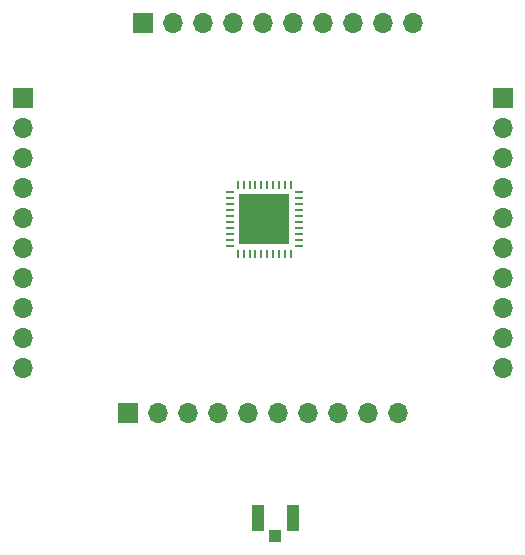
<source format=gbr>
%TF.GenerationSoftware,KiCad,Pcbnew,(5.1.12)-1*%
%TF.CreationDate,2022-02-13T14:47:13-06:00*%
%TF.ProjectId,TranscieverBoard,5472616e-7363-4696-9576-6572426f6172,rev?*%
%TF.SameCoordinates,Original*%
%TF.FileFunction,Soldermask,Top*%
%TF.FilePolarity,Negative*%
%FSLAX46Y46*%
G04 Gerber Fmt 4.6, Leading zero omitted, Abs format (unit mm)*
G04 Created by KiCad (PCBNEW (5.1.12)-1) date 2022-02-13 14:47:13*
%MOMM*%
%LPD*%
G01*
G04 APERTURE LIST*
%ADD10R,4.343400X4.343400*%
%ADD11R,0.254000X0.762000*%
%ADD12R,0.762000X0.254000*%
%ADD13O,1.700000X1.700000*%
%ADD14R,1.700000X1.700000*%
%ADD15R,1.000000X1.050000*%
%ADD16R,1.050000X2.200000*%
G04 APERTURE END LIST*
D10*
%TO.C,U1*%
X116990600Y-73760600D03*
D11*
X114740599Y-70839600D03*
X115240601Y-70839600D03*
X115740600Y-70839600D03*
X116240599Y-70839600D03*
X116740600Y-70839600D03*
X117240600Y-70839600D03*
X117740601Y-70839600D03*
X118240600Y-70839600D03*
X118740599Y-70839600D03*
X119240601Y-70839600D03*
D12*
X119911600Y-71510599D03*
X119911600Y-72010601D03*
X119911600Y-72510600D03*
X119911600Y-73010599D03*
X119911600Y-73510600D03*
X119911600Y-74010600D03*
X119911600Y-74510601D03*
X119911600Y-75010600D03*
X119911600Y-75510599D03*
X119911600Y-76010601D03*
D11*
X119240601Y-76681600D03*
X118740599Y-76681600D03*
X118240600Y-76681600D03*
X117740601Y-76681600D03*
X117240600Y-76681600D03*
X116740600Y-76681600D03*
X116240599Y-76681600D03*
X115740600Y-76681600D03*
X115240601Y-76681600D03*
X114740599Y-76681600D03*
D12*
X114069600Y-76010601D03*
X114069600Y-75510599D03*
X114069600Y-75010600D03*
X114069600Y-74510601D03*
X114069600Y-74010600D03*
X114069600Y-73510600D03*
X114069600Y-73010599D03*
X114069600Y-72510600D03*
X114069600Y-72010601D03*
X114069600Y-71510599D03*
%TD*%
D13*
%TO.C,J5*%
X137160000Y-86360000D03*
X137160000Y-83820000D03*
X137160000Y-81280000D03*
X137160000Y-78740000D03*
X137160000Y-76200000D03*
X137160000Y-73660000D03*
X137160000Y-71120000D03*
X137160000Y-68580000D03*
X137160000Y-66040000D03*
D14*
X137160000Y-63500000D03*
%TD*%
D13*
%TO.C,J4*%
X129540000Y-57150000D03*
X127000000Y-57150000D03*
X124460000Y-57150000D03*
X121920000Y-57150000D03*
X119380000Y-57150000D03*
X116840000Y-57150000D03*
X114300000Y-57150000D03*
X111760000Y-57150000D03*
X109220000Y-57150000D03*
D14*
X106680000Y-57150000D03*
%TD*%
D13*
%TO.C,J3*%
X128270000Y-90170000D03*
X125730000Y-90170000D03*
X123190000Y-90170000D03*
X120650000Y-90170000D03*
X118110000Y-90170000D03*
X115570000Y-90170000D03*
X113030000Y-90170000D03*
X110490000Y-90170000D03*
X107950000Y-90170000D03*
D14*
X105410000Y-90170000D03*
%TD*%
D13*
%TO.C,J2*%
X96520000Y-86360000D03*
X96520000Y-83820000D03*
X96520000Y-81280000D03*
X96520000Y-78740000D03*
X96520000Y-76200000D03*
X96520000Y-73660000D03*
X96520000Y-71120000D03*
X96520000Y-68580000D03*
X96520000Y-66040000D03*
D14*
X96520000Y-63500000D03*
%TD*%
D15*
%TO.C,J1*%
X117930000Y-100560000D03*
D16*
X116480000Y-99060000D03*
X119380000Y-99060000D03*
%TD*%
M02*

</source>
